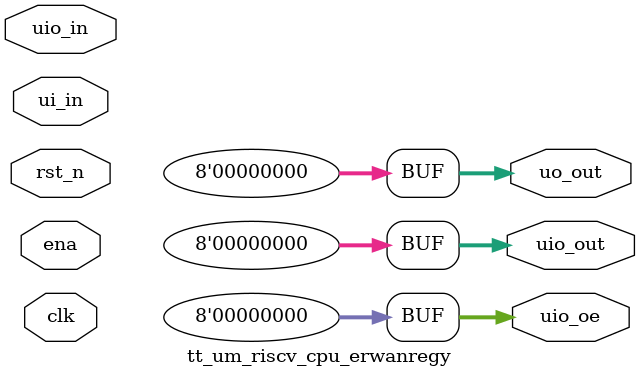
<source format=v>
/*
 * Copyright (c) 2024 Erwan Régy
 * SPDX-License-Identifier: Apache-2.0
 */

`default_nettype none

module tt_um_riscv_cpu_erwanregy (
    input  wire [7:0] ui_in,    // Dedicated inputs
    output wire [7:0] uo_out,   // Dedicated outputs
    input  wire [7:0] uio_in,   // IOs: Input path
    output wire [7:0] uio_out,  // IOs: Output path
    output wire [7:0] uio_oe,   // IOs: Enable path (active high: 0=input, 1=output)
    input  wire       ena,      // always 1 when the design is powered, so you can ignore it
    input  wire       clk,      // clock
    input  wire       rst_n     // reset_n - low to reset
);

    // All output pins must be assigned. If not used, assign to 0.
    // assign uo_out  = ui_in + uio_in;  // Example: ou_out is the sum of ui_in and uio_in
    assign uo_out  = 0;  // Example: ou_out is the sum of ui_in and uio_in
    assign uio_out = 0;
    assign uio_oe  = 0;

    cpu cpu (
        .clock(clk),
        .reset(~rst_n)
    );

endmodule

</source>
